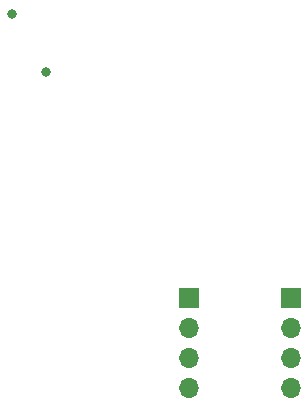
<source format=gbr>
%TF.GenerationSoftware,KiCad,Pcbnew,7.0.10*%
%TF.CreationDate,2024-02-05T19:53:07-05:00*%
%TF.ProjectId,Digital D20,44696769-7461-46c2-9044-32302e6b6963,rev?*%
%TF.SameCoordinates,Original*%
%TF.FileFunction,Copper,L4,Inr*%
%TF.FilePolarity,Positive*%
%FSLAX46Y46*%
G04 Gerber Fmt 4.6, Leading zero omitted, Abs format (unit mm)*
G04 Created by KiCad (PCBNEW 7.0.10) date 2024-02-05 19:53:07*
%MOMM*%
%LPD*%
G01*
G04 APERTURE LIST*
%TA.AperFunction,ComponentPad*%
%ADD10R,1.700000X1.700000*%
%TD*%
%TA.AperFunction,ComponentPad*%
%ADD11O,1.700000X1.700000*%
%TD*%
%TA.AperFunction,ViaPad*%
%ADD12C,0.800000*%
%TD*%
G04 APERTURE END LIST*
D10*
%TO.N,N/C*%
%TO.C,REF\u002A\u002A*%
X177292000Y-131328000D03*
D11*
X177292000Y-133868000D03*
X177292000Y-136408000D03*
X177292000Y-138948000D03*
%TD*%
D10*
%TO.N,N/C*%
%TO.C,REF\u002A\u002A*%
X168656000Y-131328000D03*
D11*
X168656000Y-133868000D03*
X168656000Y-136408000D03*
X168656000Y-138948000D03*
%TD*%
D12*
%TO.N,*%
X156501531Y-112184649D03*
X153651531Y-107248304D03*
%TD*%
M02*

</source>
